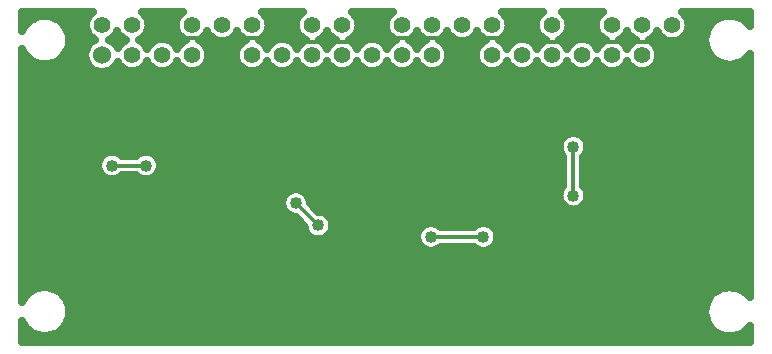
<source format=gbl>
G04 DipTrace 3.0.0.2*
G04 hobo.gbl*
%MOIN*%
G04 #@! TF.FileFunction,Copper,L2,Bot*
G04 #@! TF.Part,Single*
%ADD25C,0.06*%
%ADD26C,0.055433*%
G04 #@! TA.AperFunction,Conductor*
%ADD14C,0.012992*%
G04 #@! TA.AperFunction,CopperBalancing*
%ADD15C,0.025*%
G04 #@! TA.AperFunction,ViaPad*
%ADD30C,0.04*%
%FSLAX26Y26*%
G04*
G70*
G90*
G75*
G01*
G04 Bottom_Plane*
%LPD*%
X1123228Y1387008D2*
D14*
Y1389173D1*
X1068701Y1443701D1*
X966535D1*
X923228Y1487008D1*
X1323228D2*
Y1485728D1*
X1281201Y1443701D1*
X1179921D1*
X1123228Y1387008D1*
X1623228Y1487008D2*
Y1485728D1*
X1568701Y1431201D1*
X1379035D1*
X1323228Y1487008D1*
X1623228D2*
X1625394D1*
X1668701Y1443701D1*
X1856201D1*
X1868701Y1431201D1*
X1879035D1*
X1923228Y1387008D1*
X1924508D1*
X1981201Y1443701D1*
X2079921D1*
X2123228Y1487008D1*
X2125394D1*
X2181201Y1431201D1*
X2268701D1*
X2281201Y1443701D1*
Y1444980D1*
X2323228Y1487008D1*
Y1476673D1*
X2368701Y1431201D1*
X2581201D1*
Y1429035D1*
X2623228Y1387008D1*
X568701Y1256201D2*
Y1306201D1*
X618701Y1256201D2*
Y1306201D1*
X668701Y1256201D2*
Y1306201D1*
X643701Y1331201D1*
X618701Y793701D2*
Y756201D1*
X1118701Y593701D2*
Y556201D1*
X1856201Y893701D2*
Y906201D1*
X1868701Y918701D1*
X881201Y843701D2*
Y793701D1*
X1856201Y1118701D2*
X1893701D1*
X2418701Y931201D2*
Y881201D1*
X2706201Y1206201D2*
Y1243701D1*
X2468701Y718701D2*
Y668701D1*
X1181201Y1231201D2*
X1149951D1*
X2293701Y918701D2*
Y1081201D1*
X756201Y1018701D2*
X868701D1*
X1443504Y818898D2*
X1368701Y893701D1*
X1993701Y781201D2*
X1818701D1*
D30*
X568701Y1256201D3*
X618701D3*
X668701D3*
X618701Y793701D3*
X1118701Y593701D3*
X1856201Y893701D3*
X881201Y843701D3*
X1856201Y1118701D3*
X2418701Y931201D3*
X2706201Y1206201D3*
X2468701Y718701D3*
X1181201Y1231201D3*
X2293701Y918701D3*
Y1081201D3*
X756201Y1018701D3*
X868701D3*
X1443504Y818898D3*
X1368701Y893701D3*
X1993701Y781201D3*
X1818701D3*
X518701Y1256201D3*
X458701Y1506332D2*
D15*
X487807D1*
X575180D2*
X670083D1*
X2676352D2*
X2769546D1*
X2860386D2*
X2878726D1*
X601255Y1481463D2*
X666811D1*
X2679672D2*
X2744106D1*
X612192Y1456594D2*
X675844D1*
X2670591D2*
X2733315D1*
X614438Y1431726D2*
X686196D1*
X760239D2*
X790102D1*
X856382D2*
X890102D1*
X2656382D2*
X2731118D1*
X608774Y1406857D2*
X667836D1*
X2676157D2*
X2736734D1*
X458701Y1381988D2*
X470083D1*
X592954D2*
X664467D1*
X2679722D2*
X2752310D1*
X458701Y1357119D2*
X518130D1*
X544894D2*
X620815D1*
X2670932D2*
X2796206D1*
X2833726D2*
X2878726D1*
X458701Y1332251D2*
X545962D1*
X691782D2*
X706850D1*
X739634D2*
X2878726D1*
X458701Y1307382D2*
X533266D1*
X704135D2*
X2878726D1*
X458701Y1282513D2*
X477895D1*
X709507D2*
X2878726D1*
X458701Y1257644D2*
X469741D1*
X717660D2*
X1127748D1*
X1221958D2*
X2673843D1*
X2738559D2*
X2878726D1*
X458701Y1232776D2*
X476039D1*
X711362D2*
X1114516D1*
X1230160D2*
X2665542D1*
X2746860D2*
X2878726D1*
X458701Y1207907D2*
X1124135D1*
X1223959D2*
X2657241D1*
X2755160D2*
X2878726D1*
X458701Y1183038D2*
X2663394D1*
X2749008D2*
X2878726D1*
X458701Y1158169D2*
X1829115D1*
X1883286D2*
X2878726D1*
X458701Y1133301D2*
X1809584D1*
X1925766D2*
X2878726D1*
X458701Y1108432D2*
X1808364D1*
X1927524D2*
X2253530D1*
X2333871D2*
X2878726D1*
X458701Y1083563D2*
X1823256D1*
X1889146D2*
X2244790D1*
X2342612D2*
X2878726D1*
X458701Y1058694D2*
X729995D1*
X782407D2*
X842495D1*
X894907D2*
X2250503D1*
X2336899D2*
X2878726D1*
X458701Y1033825D2*
X709731D1*
X915171D2*
X2258218D1*
X2329184D2*
X2878726D1*
X458701Y1008957D2*
X708218D1*
X916684D2*
X2258218D1*
X2329184D2*
X2878726D1*
X458701Y984088D2*
X722671D1*
X789731D2*
X835171D1*
X902231D2*
X2258218D1*
X2329184D2*
X2878726D1*
X458701Y959219D2*
X2258218D1*
X2329184D2*
X2379115D1*
X2458286D2*
X2878726D1*
X458701Y934350D2*
X1343618D1*
X1393783D2*
X1831118D1*
X1900230D2*
X2247427D1*
X2339975D2*
X2369839D1*
X2467563D2*
X2878726D1*
X458701Y909482D2*
X1322475D1*
X1414927D2*
X1809975D1*
X1902866D2*
X2245619D1*
X2341782D2*
X2375112D1*
X2462290D2*
X2878726D1*
X458701Y884613D2*
X856606D1*
X905795D2*
X1320619D1*
X1426938D2*
X1808119D1*
X1904282D2*
X2259584D1*
X2327818D2*
X2383218D1*
X2454184D2*
X2878726D1*
X458701Y859744D2*
X835073D1*
X927328D2*
X1334438D1*
X1468198D2*
X1821938D1*
X1890463D2*
X2391176D1*
X2446226D2*
X2878726D1*
X458701Y834875D2*
X594594D1*
X642807D2*
X833071D1*
X929331D2*
X1378383D1*
X1489682D2*
X2878726D1*
X458701Y810007D2*
X572671D1*
X664731D2*
X845718D1*
X916684D2*
X1395375D1*
X1491635D2*
X1779702D1*
X2032699D2*
X2878726D1*
X458701Y785138D2*
X570522D1*
X666879D2*
X846840D1*
X915562D2*
X1409047D1*
X1477963D2*
X1769887D1*
X2042514D2*
X2878726D1*
X458701Y760269D2*
X583218D1*
X654184D2*
X1774672D1*
X2037730D2*
X2445375D1*
X2492026D2*
X2878726D1*
X458701Y735400D2*
X590591D1*
X646811D2*
X1808218D1*
X1829180D2*
X1983218D1*
X2004180D2*
X2422818D1*
X2514584D2*
X2878726D1*
X458701Y710531D2*
X2420424D1*
X2516978D2*
X2878726D1*
X458701Y685663D2*
X2433218D1*
X2504184D2*
X2878726D1*
X458701Y660794D2*
X2434194D1*
X2503207D2*
X2878726D1*
X458701Y635925D2*
X1096743D1*
X1140659D2*
X2462563D1*
X2474844D2*
X2878726D1*
X458701Y611056D2*
X511196D1*
X551791D2*
X1073062D1*
X1164340D2*
X2794643D1*
X2835287D2*
X2878726D1*
X458701Y586188D2*
X468520D1*
X594467D2*
X1070327D1*
X1167075D2*
X2752016D1*
X609898Y561319D2*
X1082827D1*
X1154575D2*
X2736587D1*
X615366Y536450D2*
X1089810D1*
X1147592D2*
X2731070D1*
X613071Y511581D2*
X2733412D1*
X602134Y486713D2*
X2744350D1*
X458701Y461844D2*
X486635D1*
X576352D2*
X2770083D1*
X2859848D2*
X2878726D1*
X458701Y436975D2*
X2878726D1*
X774470Y1363328D2*
X771396Y1357491D1*
X766185Y1350319D1*
X759917Y1344051D1*
X752745Y1338840D1*
X744846Y1334816D1*
X736416Y1332076D1*
X727660Y1330690D1*
X718797D1*
X710041Y1332076D1*
X701610Y1334816D1*
X693711Y1338840D1*
X686539Y1344051D1*
X680272Y1350319D1*
X675060Y1357491D1*
X671037Y1365390D1*
X668297Y1373820D1*
X666911Y1382576D1*
Y1391440D1*
X668297Y1400196D1*
X671037Y1408626D1*
X675060Y1416525D1*
X680272Y1423697D1*
X686539Y1429965D1*
X693711Y1435176D1*
X699549Y1438249D1*
X691365Y1443152D1*
X684898Y1448677D1*
X679373Y1455144D1*
X674928Y1462398D1*
X671673Y1470256D1*
X669688Y1478528D1*
X669020Y1487008D1*
X669688Y1495488D1*
X671673Y1503760D1*
X674928Y1511618D1*
X679373Y1518871D1*
X684898Y1525339D1*
X691877Y1531205D1*
X456201Y1531201D1*
Y1465820D1*
X459657Y1473612D1*
X466268Y1484399D1*
X474484Y1494020D1*
X484105Y1502236D1*
X494892Y1508846D1*
X506581Y1513688D1*
X518883Y1516642D1*
X531496Y1517634D1*
X544109Y1516642D1*
X556411Y1513688D1*
X568100Y1508846D1*
X578887Y1502236D1*
X588508Y1494020D1*
X596724Y1484399D1*
X603335Y1473612D1*
X608176Y1461923D1*
X611130Y1449621D1*
X612122Y1437008D1*
X611130Y1424395D1*
X608176Y1412093D1*
X603335Y1400404D1*
X596724Y1389617D1*
X588508Y1379996D1*
X578887Y1371780D1*
X568100Y1365169D1*
X556411Y1360328D1*
X544109Y1357374D1*
X531496Y1356382D1*
X518883Y1357374D1*
X506581Y1360328D1*
X494892Y1365169D1*
X484105Y1371780D1*
X474484Y1379996D1*
X466268Y1389617D1*
X459657Y1400404D1*
X456194Y1408358D1*
X456201Y562793D1*
X461982Y574094D1*
X469501Y584445D1*
X478547Y593491D1*
X488898Y601010D1*
X500297Y606819D1*
X512463Y610772D1*
X525100Y612773D1*
X537892D1*
X550529Y610772D1*
X562696Y606819D1*
X574094Y601010D1*
X584445Y593491D1*
X593491Y584445D1*
X601010Y574094D1*
X606819Y562696D1*
X610772Y550529D1*
X612773Y537892D1*
Y525100D1*
X610772Y512463D1*
X606819Y500297D1*
X601010Y488898D1*
X593491Y478547D1*
X584445Y469501D1*
X574094Y461982D1*
X562696Y456173D1*
X550529Y452220D1*
X537892Y450219D1*
X525100D1*
X512463Y452220D1*
X500297Y456173D1*
X488898Y461982D1*
X478547Y469501D1*
X469501Y478547D1*
X461982Y488898D1*
X456184Y500273D1*
X456201Y431201D1*
X2881201D1*
X2880919Y483575D1*
X2872610Y473846D1*
X2862882Y465538D1*
X2851974Y458853D1*
X2840155Y453958D1*
X2827714Y450971D1*
X2814961Y449967D1*
X2802207Y450971D1*
X2789766Y453958D1*
X2777948Y458853D1*
X2767039Y465538D1*
X2757311Y473846D1*
X2749003Y483575D1*
X2742318Y494483D1*
X2737423Y506302D1*
X2734436Y518743D1*
X2733432Y531496D1*
X2734436Y544249D1*
X2737423Y556690D1*
X2742318Y568509D1*
X2749003Y579417D1*
X2757311Y589146D1*
X2767039Y597454D1*
X2777948Y604139D1*
X2789766Y609034D1*
X2802207Y612021D1*
X2814961Y613025D1*
X2827714Y612021D1*
X2840155Y609034D1*
X2851974Y604139D1*
X2862882Y597454D1*
X2872610Y589146D1*
X2881210Y578980D1*
X2881201Y1389453D1*
X2872610Y1379358D1*
X2862882Y1371050D1*
X2851974Y1364365D1*
X2840155Y1359470D1*
X2827714Y1356483D1*
X2814961Y1355479D1*
X2802207Y1356483D1*
X2789766Y1359470D1*
X2777948Y1364365D1*
X2767039Y1371050D1*
X2757311Y1379358D1*
X2749003Y1389087D1*
X2742318Y1399995D1*
X2737423Y1411814D1*
X2734436Y1424255D1*
X2733432Y1437008D1*
X2734436Y1449761D1*
X2737423Y1462202D1*
X2742318Y1474021D1*
X2749003Y1484929D1*
X2757311Y1494657D1*
X2767039Y1502966D1*
X2777948Y1509651D1*
X2789766Y1514546D1*
X2802207Y1517533D1*
X2814961Y1518537D1*
X2827714Y1517533D1*
X2840155Y1514546D1*
X2851974Y1509651D1*
X2862882Y1502966D1*
X2872610Y1494657D1*
X2881210Y1484492D1*
X2881201Y1531201D1*
X2654589D1*
X2661559Y1525339D1*
X2667084Y1518871D1*
X2671529Y1511618D1*
X2674783Y1503760D1*
X2676769Y1495488D1*
X2677437Y1487008D1*
X2676769Y1478528D1*
X2674783Y1470256D1*
X2671529Y1462398D1*
X2667084Y1455144D1*
X2661559Y1448677D1*
X2655092Y1443152D1*
X2647839Y1438707D1*
X2644169Y1437016D1*
X2651552Y1433228D1*
X2658434Y1428228D1*
X2664449Y1422214D1*
X2669449Y1415332D1*
X2673311Y1407752D1*
X2675940Y1399663D1*
X2677270Y1391261D1*
Y1382755D1*
X2675940Y1374353D1*
X2673311Y1366264D1*
X2669449Y1358684D1*
X2664449Y1351802D1*
X2658434Y1345787D1*
X2651552Y1340787D1*
X2643972Y1336925D1*
X2635883Y1334297D1*
X2627482Y1332966D1*
X2618975D1*
X2610573Y1334297D1*
X2602484Y1336925D1*
X2594904Y1340787D1*
X2588022Y1345787D1*
X2582008Y1351802D1*
X2577008Y1358684D1*
X2573236Y1366067D1*
X2569449Y1358684D1*
X2564449Y1351802D1*
X2558434Y1345787D1*
X2551552Y1340787D1*
X2543972Y1336925D1*
X2535883Y1334297D1*
X2527482Y1332966D1*
X2518975D1*
X2510573Y1334297D1*
X2502484Y1336925D1*
X2494904Y1340787D1*
X2488022Y1345787D1*
X2482008Y1351802D1*
X2477008Y1358684D1*
X2473236Y1366067D1*
X2469449Y1358684D1*
X2464449Y1351802D1*
X2458434Y1345787D1*
X2451552Y1340787D1*
X2443972Y1336925D1*
X2435883Y1334297D1*
X2427482Y1332966D1*
X2418975D1*
X2410573Y1334297D1*
X2402484Y1336925D1*
X2394904Y1340787D1*
X2388022Y1345787D1*
X2382008Y1351802D1*
X2377008Y1358684D1*
X2373236Y1366067D1*
X2369449Y1358684D1*
X2364449Y1351802D1*
X2358434Y1345787D1*
X2351552Y1340787D1*
X2343972Y1336925D1*
X2335883Y1334297D1*
X2327482Y1332966D1*
X2318975D1*
X2310573Y1334297D1*
X2302484Y1336925D1*
X2294904Y1340787D1*
X2288022Y1345787D1*
X2282008Y1351802D1*
X2277008Y1358684D1*
X2273236Y1366067D1*
X2269449Y1358684D1*
X2264449Y1351802D1*
X2258434Y1345787D1*
X2251552Y1340787D1*
X2243972Y1336925D1*
X2235883Y1334297D1*
X2227482Y1332966D1*
X2218975D1*
X2210573Y1334297D1*
X2202484Y1336925D1*
X2194904Y1340787D1*
X2188022Y1345787D1*
X2182008Y1351802D1*
X2177008Y1358684D1*
X2173236Y1366067D1*
X2169449Y1358684D1*
X2164449Y1351802D1*
X2158434Y1345787D1*
X2151552Y1340787D1*
X2143972Y1336925D1*
X2135883Y1334297D1*
X2127482Y1332966D1*
X2118975D1*
X2110573Y1334297D1*
X2102484Y1336925D1*
X2094904Y1340787D1*
X2088022Y1345787D1*
X2082008Y1351802D1*
X2077008Y1358684D1*
X2073236Y1366067D1*
X2069449Y1358684D1*
X2064449Y1351802D1*
X2058434Y1345787D1*
X2051552Y1340787D1*
X2043972Y1336925D1*
X2035883Y1334297D1*
X2027482Y1332966D1*
X2018975D1*
X2010573Y1334297D1*
X2002484Y1336925D1*
X1994904Y1340787D1*
X1988022Y1345787D1*
X1982008Y1351802D1*
X1977008Y1358684D1*
X1973236Y1366067D1*
X1969449Y1358684D1*
X1964449Y1351802D1*
X1958434Y1345787D1*
X1951552Y1340787D1*
X1943972Y1336925D1*
X1935883Y1334297D1*
X1927482Y1332966D1*
X1918975D1*
X1910573Y1334297D1*
X1902484Y1336925D1*
X1894904Y1340787D1*
X1888022Y1345787D1*
X1882008Y1351802D1*
X1877008Y1358684D1*
X1873236Y1366067D1*
X1869449Y1358684D1*
X1864449Y1351802D1*
X1858434Y1345787D1*
X1851552Y1340787D1*
X1843972Y1336925D1*
X1835883Y1334297D1*
X1827482Y1332966D1*
X1818975D1*
X1810573Y1334297D1*
X1802484Y1336925D1*
X1794904Y1340787D1*
X1788022Y1345787D1*
X1782008Y1351802D1*
X1777008Y1358684D1*
X1773236Y1366067D1*
X1769449Y1358684D1*
X1764449Y1351802D1*
X1758434Y1345787D1*
X1751552Y1340787D1*
X1743972Y1336925D1*
X1735883Y1334297D1*
X1727482Y1332966D1*
X1718975D1*
X1710573Y1334297D1*
X1702484Y1336925D1*
X1694904Y1340787D1*
X1688022Y1345787D1*
X1682008Y1351802D1*
X1677008Y1358684D1*
X1673236Y1366067D1*
X1669449Y1358684D1*
X1664449Y1351802D1*
X1658434Y1345787D1*
X1651552Y1340787D1*
X1643972Y1336925D1*
X1635883Y1334297D1*
X1627482Y1332966D1*
X1618975D1*
X1610573Y1334297D1*
X1602484Y1336925D1*
X1594904Y1340787D1*
X1588022Y1345787D1*
X1582008Y1351802D1*
X1577008Y1358684D1*
X1573236Y1366067D1*
X1569449Y1358684D1*
X1564449Y1351802D1*
X1558434Y1345787D1*
X1551552Y1340787D1*
X1543972Y1336925D1*
X1535883Y1334297D1*
X1527482Y1332966D1*
X1518975D1*
X1510573Y1334297D1*
X1502484Y1336925D1*
X1494904Y1340787D1*
X1488022Y1345787D1*
X1482008Y1351802D1*
X1477008Y1358684D1*
X1473236Y1366067D1*
X1469449Y1358684D1*
X1464449Y1351802D1*
X1458434Y1345787D1*
X1451552Y1340787D1*
X1443972Y1336925D1*
X1435883Y1334297D1*
X1427482Y1332966D1*
X1418975D1*
X1410573Y1334297D1*
X1402484Y1336925D1*
X1394904Y1340787D1*
X1388022Y1345787D1*
X1382008Y1351802D1*
X1377008Y1358684D1*
X1373236Y1366067D1*
X1369449Y1358684D1*
X1364449Y1351802D1*
X1358434Y1345787D1*
X1351552Y1340787D1*
X1343972Y1336925D1*
X1335883Y1334297D1*
X1327482Y1332966D1*
X1318975D1*
X1310573Y1334297D1*
X1302484Y1336925D1*
X1294904Y1340787D1*
X1288022Y1345787D1*
X1282008Y1351802D1*
X1277008Y1358684D1*
X1273236Y1366067D1*
X1269449Y1358684D1*
X1264449Y1351802D1*
X1258434Y1345787D1*
X1251552Y1340787D1*
X1243972Y1336925D1*
X1235883Y1334297D1*
X1227482Y1332966D1*
X1218975D1*
X1210573Y1334297D1*
X1202484Y1336925D1*
X1194904Y1340787D1*
X1188022Y1345787D1*
X1182008Y1351802D1*
X1177008Y1358684D1*
X1173236Y1366067D1*
X1169449Y1358684D1*
X1164449Y1351802D1*
X1158434Y1345787D1*
X1151552Y1340787D1*
X1143972Y1336925D1*
X1135883Y1334297D1*
X1127482Y1332966D1*
X1118975D1*
X1110573Y1334297D1*
X1102484Y1336925D1*
X1094904Y1340787D1*
X1088022Y1345787D1*
X1082008Y1351802D1*
X1077008Y1358684D1*
X1073236Y1366067D1*
X1069449Y1358684D1*
X1064449Y1351802D1*
X1058434Y1345787D1*
X1051552Y1340787D1*
X1043972Y1336925D1*
X1035883Y1334297D1*
X1027482Y1332966D1*
X1018975D1*
X1010573Y1334297D1*
X1002484Y1336925D1*
X994904Y1340787D1*
X988022Y1345787D1*
X982008Y1351802D1*
X977008Y1358684D1*
X973236Y1366067D1*
X969449Y1358684D1*
X964449Y1351802D1*
X958434Y1345787D1*
X951552Y1340787D1*
X943972Y1336925D1*
X935883Y1334297D1*
X927482Y1332966D1*
X918975D1*
X910573Y1334297D1*
X902484Y1336925D1*
X894904Y1340787D1*
X888022Y1345787D1*
X882008Y1351802D1*
X877008Y1358684D1*
X873236Y1366067D1*
X869449Y1358684D1*
X864449Y1351802D1*
X858434Y1345787D1*
X851552Y1340787D1*
X843972Y1336925D1*
X835883Y1334297D1*
X827482Y1332966D1*
X818975D1*
X810573Y1334297D1*
X802484Y1336925D1*
X794904Y1340787D1*
X788022Y1345787D1*
X782008Y1351802D1*
X777008Y1358684D1*
X774504Y1363319D1*
X746908Y1438249D2*
X752745Y1435176D1*
X759917Y1429965D1*
X766185Y1423697D1*
X771396Y1416525D1*
X774470Y1410688D1*
X779373Y1418871D1*
X784898Y1425339D1*
X791365Y1430864D1*
X798618Y1435308D1*
X802287Y1437000D1*
X794904Y1440787D1*
X788022Y1445787D1*
X782008Y1451802D1*
X777008Y1458684D1*
X773236Y1466067D1*
X769449Y1458684D1*
X764449Y1451802D1*
X758434Y1445787D1*
X751552Y1440787D1*
X746917Y1438283D1*
X844169Y1437000D2*
X851552Y1433228D1*
X858434Y1428228D1*
X864449Y1422214D1*
X869449Y1415332D1*
X873220Y1407949D1*
X877008Y1415332D1*
X882008Y1422214D1*
X888022Y1428228D1*
X894904Y1433228D1*
X902287Y1437000D1*
X894904Y1440787D1*
X888022Y1445787D1*
X882008Y1451802D1*
X877008Y1458684D1*
X873236Y1466067D1*
X869449Y1458684D1*
X864449Y1451802D1*
X858434Y1445787D1*
X851552Y1440787D1*
X844169Y1437016D1*
X543669Y1217012D2*
X536492Y1213248D1*
X529554Y1210993D1*
X522349Y1209852D1*
X515052D1*
X507848Y1210993D1*
X500909Y1213248D1*
X494408Y1216560D1*
X488507Y1220848D1*
X483348Y1226007D1*
X479060Y1231908D1*
X475748Y1238409D1*
X473493Y1245348D1*
X472352Y1252552D1*
Y1259849D1*
X473493Y1267054D1*
X475748Y1273992D1*
X479060Y1280493D1*
X483348Y1286395D1*
X488507Y1291554D1*
X494408Y1295841D1*
X500909Y1299154D1*
X507848Y1301408D1*
X515052Y1302550D1*
X522349D1*
X529554Y1301408D1*
X535730Y1299436D1*
X536118Y1311361D1*
X538223Y1318825D1*
X542013Y1325591D1*
X547277Y1331285D1*
X553724Y1335593D1*
X561000Y1338278D1*
X568701Y1339189D1*
X576402Y1338278D1*
X583677Y1335593D1*
X590125Y1331285D1*
X593710Y1327707D1*
X599311Y1332888D1*
X606076Y1336678D1*
X611526Y1338382D1*
X613223Y1343825D1*
X617013Y1350591D1*
X622277Y1356285D1*
X628724Y1360593D1*
X636000Y1363278D1*
X643701Y1364189D1*
X651402Y1363278D1*
X658677Y1360593D1*
X665125Y1356285D1*
X693785Y1327625D1*
X698093Y1321177D1*
X700778Y1313902D1*
X701689Y1306201D1*
X701676Y1305867D1*
X701689Y1288965D1*
X706314Y1283528D1*
X710126Y1277308D1*
X712917Y1270568D1*
X714621Y1263474D1*
X715193Y1256201D1*
X714621Y1248928D1*
X712917Y1241833D1*
X710126Y1235093D1*
X706314Y1228874D1*
X701576Y1223325D1*
X696028Y1218588D1*
X689808Y1214776D1*
X683068Y1211984D1*
X675974Y1210281D1*
X668701Y1209709D1*
X661428Y1210281D1*
X654333Y1211984D1*
X647593Y1214776D1*
X643732Y1217012D1*
X636492Y1213248D1*
X629554Y1210993D1*
X622349Y1209852D1*
X615052D1*
X607848Y1210993D1*
X600909Y1213248D1*
X593732Y1217012D1*
X586492Y1213248D1*
X579554Y1210993D1*
X572349Y1209852D1*
X565052D1*
X557848Y1210993D1*
X550909Y1213248D1*
X543732Y1217012D1*
X651689Y760937D2*
X651283Y751041D1*
X649178Y743576D1*
X645388Y736811D1*
X640125Y731117D1*
X633677Y726808D1*
X626402Y724123D1*
X618701Y723213D1*
X611000Y724123D1*
X603724Y726808D1*
X597277Y731117D1*
X592013Y736811D1*
X588223Y743576D1*
X586118Y751041D1*
X585713Y760937D1*
X581088Y766374D1*
X577276Y772593D1*
X574484Y779333D1*
X572781Y786428D1*
X572209Y793701D1*
X572781Y800974D1*
X574484Y808068D1*
X577276Y814808D1*
X581088Y821028D1*
X585825Y826576D1*
X591374Y831314D1*
X597593Y835126D1*
X604333Y837917D1*
X611428Y839621D1*
X618701Y840193D1*
X625974Y839621D1*
X633068Y837917D1*
X639808Y835126D1*
X646028Y831314D1*
X651576Y826576D1*
X656314Y821028D1*
X660126Y814808D1*
X662917Y808068D1*
X664621Y800974D1*
X665193Y793701D1*
X664621Y786428D1*
X662917Y779333D1*
X660126Y772593D1*
X656314Y766374D1*
X651682Y760941D1*
X1151689Y560937D2*
X1151283Y551041D1*
X1149178Y543576D1*
X1145388Y536811D1*
X1140125Y531117D1*
X1133677Y526808D1*
X1126402Y524123D1*
X1118701Y523213D1*
X1111000Y524123D1*
X1103724Y526808D1*
X1097277Y531117D1*
X1092013Y536811D1*
X1088223Y543576D1*
X1086118Y551041D1*
X1085713Y560937D1*
X1081088Y566374D1*
X1077276Y572593D1*
X1074484Y579333D1*
X1072781Y586428D1*
X1072209Y593701D1*
X1072781Y600974D1*
X1074484Y608068D1*
X1077276Y614808D1*
X1081088Y621028D1*
X1085825Y626576D1*
X1091374Y631314D1*
X1097593Y635126D1*
X1104333Y637917D1*
X1111428Y639621D1*
X1118701Y640193D1*
X1125974Y639621D1*
X1133068Y637917D1*
X1139808Y635126D1*
X1146028Y631314D1*
X1151576Y626576D1*
X1156314Y621028D1*
X1160126Y614808D1*
X1162917Y608068D1*
X1164621Y600974D1*
X1165193Y593701D1*
X1164621Y586428D1*
X1162917Y579333D1*
X1160126Y572593D1*
X1156314Y566374D1*
X1151682Y560941D1*
X1840980Y937633D2*
X1849311Y945388D1*
X1856076Y949178D1*
X1863541Y951283D1*
X1871289Y951588D1*
X1878895Y950075D1*
X1885937Y946828D1*
X1892028Y942028D1*
X1896828Y935937D1*
X1900075Y928895D1*
X1901588Y921289D1*
X1901283Y913541D1*
X1900165Y908828D1*
X1902121Y900974D1*
X1902693Y893701D1*
X1902121Y886428D1*
X1900417Y879333D1*
X1897626Y872593D1*
X1893814Y866374D1*
X1889076Y860825D1*
X1883528Y856088D1*
X1877308Y852276D1*
X1870568Y849484D1*
X1863474Y847781D1*
X1856201Y847209D1*
X1848928Y847781D1*
X1841833Y849484D1*
X1835093Y852276D1*
X1828874Y856088D1*
X1823325Y860825D1*
X1818588Y866374D1*
X1814776Y872593D1*
X1811984Y879333D1*
X1810281Y886428D1*
X1809709Y893701D1*
X1810281Y900974D1*
X1811984Y908068D1*
X1814776Y914808D1*
X1818588Y921028D1*
X1823325Y926576D1*
X1828874Y931314D1*
X1835093Y935126D1*
X1840965Y937597D1*
X914189Y810937D2*
X914088Y791113D1*
X912575Y783507D1*
X909328Y776465D1*
X904528Y770374D1*
X898437Y765573D1*
X891395Y762327D1*
X883789Y760814D1*
X876041Y761118D1*
X868576Y763223D1*
X861811Y767013D1*
X856117Y772277D1*
X851808Y778724D1*
X849125Y786000D1*
X848213Y793701D1*
Y810937D1*
X843588Y816374D1*
X839776Y822593D1*
X836984Y829333D1*
X835281Y836428D1*
X834709Y843701D1*
X835281Y850974D1*
X836984Y858068D1*
X839776Y864808D1*
X843588Y871028D1*
X848325Y876576D1*
X853874Y881314D1*
X860093Y885126D1*
X866833Y887917D1*
X873928Y889621D1*
X881201Y890193D1*
X888474Y889621D1*
X895568Y887917D1*
X902308Y885126D1*
X908528Y881314D1*
X914076Y876576D1*
X918814Y871028D1*
X922626Y864808D1*
X925417Y858068D1*
X927121Y850974D1*
X927693Y843701D1*
X927121Y836428D1*
X925417Y829333D1*
X922626Y822593D1*
X918814Y816374D1*
X914182Y810941D1*
X1888965Y1151689D2*
X1898861Y1151283D1*
X1906325Y1149178D1*
X1913091Y1145388D1*
X1918785Y1140125D1*
X1923093Y1133677D1*
X1925777Y1126402D1*
X1926689Y1118701D1*
X1925777Y1111000D1*
X1923093Y1103724D1*
X1918785Y1097277D1*
X1913091Y1092013D1*
X1906325Y1088223D1*
X1898861Y1086118D1*
X1888965Y1085713D1*
X1883528Y1081088D1*
X1877308Y1077276D1*
X1870568Y1074484D1*
X1863474Y1072781D1*
X1856201Y1072209D1*
X1848928Y1072781D1*
X1841833Y1074484D1*
X1835093Y1077276D1*
X1828874Y1081088D1*
X1823325Y1085825D1*
X1818588Y1091374D1*
X1814776Y1097593D1*
X1811984Y1104333D1*
X1810281Y1111428D1*
X1809709Y1118701D1*
X1810281Y1125974D1*
X1811984Y1133068D1*
X1814776Y1139808D1*
X1818588Y1146028D1*
X1823325Y1151576D1*
X1828874Y1156314D1*
X1835093Y1160126D1*
X1841833Y1162917D1*
X1848928Y1164621D1*
X1856201Y1165193D1*
X1863474Y1164621D1*
X1870568Y1162917D1*
X1877308Y1160126D1*
X1883528Y1156314D1*
X1888961Y1151682D1*
X2451689Y898437D2*
X2451588Y878613D1*
X2450075Y871007D1*
X2446828Y863965D1*
X2442028Y857874D1*
X2435937Y853073D1*
X2428895Y849827D1*
X2421289Y848314D1*
X2413541Y848618D1*
X2406076Y850723D1*
X2399311Y854513D1*
X2393617Y859777D1*
X2389308Y866224D1*
X2386625Y873500D1*
X2385713Y881201D1*
Y898437D1*
X2381088Y903874D1*
X2377276Y910093D1*
X2374484Y916833D1*
X2372781Y923928D1*
X2372209Y931201D1*
X2372781Y938474D1*
X2374484Y945568D1*
X2377276Y952308D1*
X2381088Y958528D1*
X2385825Y964076D1*
X2391374Y968814D1*
X2397593Y972626D1*
X2404333Y975417D1*
X2411428Y977121D1*
X2418701Y977693D1*
X2425974Y977121D1*
X2433068Y975417D1*
X2439808Y972626D1*
X2446028Y968814D1*
X2451576Y964076D1*
X2456314Y958528D1*
X2460126Y952308D1*
X2462917Y945568D1*
X2464621Y938474D1*
X2465193Y931201D1*
X2464621Y923928D1*
X2462917Y916833D1*
X2460126Y910093D1*
X2456314Y903874D1*
X2451682Y898441D1*
X2673213Y1238965D2*
X2673618Y1248861D1*
X2675723Y1256325D1*
X2679513Y1263091D1*
X2684777Y1268785D1*
X2691224Y1273093D1*
X2698500Y1275777D1*
X2706201Y1276689D1*
X2713902Y1275777D1*
X2721177Y1273093D1*
X2727625Y1268785D1*
X2732888Y1263091D1*
X2736678Y1256325D1*
X2738783Y1248861D1*
X2739189Y1238965D1*
X2743814Y1233528D1*
X2747626Y1227308D1*
X2750417Y1220568D1*
X2752121Y1213474D1*
X2752693Y1206201D1*
X2752121Y1198928D1*
X2750417Y1191833D1*
X2747626Y1185093D1*
X2743814Y1178874D1*
X2739076Y1173325D1*
X2733528Y1168588D1*
X2727308Y1164776D1*
X2720568Y1161984D1*
X2713474Y1160281D1*
X2706201Y1159709D1*
X2698928Y1160281D1*
X2691833Y1161984D1*
X2685093Y1164776D1*
X2678874Y1168588D1*
X2673325Y1173325D1*
X2668588Y1178874D1*
X2664776Y1185093D1*
X2661984Y1191833D1*
X2660281Y1198928D1*
X2659709Y1206201D1*
X2660281Y1213474D1*
X2661984Y1220568D1*
X2664776Y1227308D1*
X2668588Y1233528D1*
X2673219Y1238961D1*
X2501689Y685937D2*
X2501588Y666113D1*
X2500075Y658507D1*
X2496828Y651465D1*
X2492028Y645374D1*
X2485937Y640573D1*
X2478895Y637327D1*
X2471289Y635814D1*
X2463541Y636118D1*
X2456076Y638223D1*
X2449311Y642013D1*
X2443617Y647277D1*
X2439308Y653724D1*
X2436625Y661000D1*
X2435713Y668701D1*
Y685937D1*
X2431088Y691374D1*
X2427276Y697593D1*
X2424484Y704333D1*
X2422781Y711428D1*
X2422209Y718701D1*
X2422781Y725974D1*
X2424484Y733068D1*
X2427276Y739808D1*
X2431088Y746028D1*
X2435825Y751576D1*
X2441374Y756314D1*
X2447593Y760126D1*
X2454333Y762917D1*
X2461428Y764621D1*
X2468701Y765193D1*
X2475974Y764621D1*
X2483068Y762917D1*
X2489808Y760126D1*
X2496028Y756314D1*
X2501576Y751576D1*
X2506314Y746028D1*
X2510126Y739808D1*
X2512917Y733068D1*
X2514621Y725974D1*
X2515193Y718701D1*
X2514621Y711428D1*
X2512917Y704333D1*
X2510126Y697593D1*
X2506314Y691374D1*
X2501682Y685941D1*
X1148383Y1198274D2*
X1142249Y1199125D1*
X1134975Y1201808D1*
X1128526Y1206117D1*
X1123262Y1211811D1*
X1119474Y1218576D1*
X1117369Y1226041D1*
X1117064Y1233789D1*
X1118577Y1241395D1*
X1121824Y1248437D1*
X1126625Y1254528D1*
X1132714Y1259328D1*
X1139757Y1262575D1*
X1147362Y1264088D1*
X1148383Y1264127D1*
X1153874Y1268814D1*
X1160093Y1272626D1*
X1166833Y1275417D1*
X1173928Y1277121D1*
X1181201Y1277693D1*
X1188474Y1277121D1*
X1195568Y1275417D1*
X1202308Y1272626D1*
X1208528Y1268814D1*
X1214076Y1264076D1*
X1218814Y1258528D1*
X1222626Y1252308D1*
X1225417Y1245568D1*
X1227121Y1238474D1*
X1227693Y1231201D1*
X1227121Y1223928D1*
X1225417Y1216833D1*
X1222626Y1210093D1*
X1218814Y1203874D1*
X1214076Y1198325D1*
X1208528Y1193588D1*
X1202308Y1189776D1*
X1195568Y1186984D1*
X1188474Y1185281D1*
X1181201Y1184709D1*
X1173928Y1185281D1*
X1166833Y1186984D1*
X1160093Y1189776D1*
X1153874Y1193588D1*
X1148399Y1198259D1*
X2260713Y951465D2*
Y1048437D1*
X2256088Y1053874D1*
X2252276Y1060093D1*
X2249484Y1066833D1*
X2247781Y1073928D1*
X2247209Y1081201D1*
X2247781Y1088474D1*
X2249484Y1095568D1*
X2252276Y1102308D1*
X2256088Y1108528D1*
X2260825Y1114076D1*
X2266374Y1118814D1*
X2272593Y1122626D1*
X2279333Y1125417D1*
X2286428Y1127121D1*
X2293701Y1127693D1*
X2300974Y1127121D1*
X2308068Y1125417D1*
X2314808Y1122626D1*
X2321028Y1118814D1*
X2326576Y1114076D1*
X2331314Y1108528D1*
X2335126Y1102308D1*
X2337917Y1095568D1*
X2339621Y1088474D1*
X2340193Y1081201D1*
X2339621Y1073928D1*
X2337917Y1066833D1*
X2335126Y1060093D1*
X2331314Y1053874D1*
X2326682Y1048441D1*
X2326689Y951465D1*
X2331314Y946028D1*
X2335126Y939808D1*
X2337917Y933068D1*
X2339621Y925974D1*
X2340193Y918701D1*
X2339621Y911428D1*
X2337917Y904333D1*
X2335126Y897593D1*
X2331314Y891374D1*
X2326576Y885825D1*
X2321028Y881088D1*
X2314808Y877276D1*
X2308068Y874484D1*
X2300974Y872781D1*
X2293701Y872209D1*
X2286428Y872781D1*
X2279333Y874484D1*
X2272593Y877276D1*
X2266374Y881088D1*
X2260825Y885825D1*
X2256088Y891374D1*
X2252276Y897593D1*
X2249484Y904333D1*
X2247781Y911428D1*
X2247209Y918701D1*
X2247781Y925974D1*
X2249484Y933068D1*
X2252276Y939808D1*
X2256088Y946028D1*
X2260719Y951461D1*
X788965Y1051689D2*
X835937D1*
X841374Y1056314D1*
X847593Y1060126D1*
X854333Y1062917D1*
X861428Y1064621D1*
X868701Y1065193D1*
X875974Y1064621D1*
X883068Y1062917D1*
X889808Y1060126D1*
X896028Y1056314D1*
X901576Y1051576D1*
X906314Y1046028D1*
X910126Y1039808D1*
X912917Y1033068D1*
X914621Y1025974D1*
X915193Y1018701D1*
X914621Y1011428D1*
X912917Y1004333D1*
X910126Y997593D1*
X906314Y991374D1*
X901576Y985825D1*
X896028Y981088D1*
X889808Y977276D1*
X883068Y974484D1*
X875974Y972781D1*
X868701Y972209D1*
X861428Y972781D1*
X854333Y974484D1*
X847593Y977276D1*
X841374Y981088D1*
X835941Y985719D1*
X788965Y985713D1*
X783528Y981088D1*
X777308Y977276D1*
X770568Y974484D1*
X763474Y972781D1*
X756201Y972209D1*
X748928Y972781D1*
X741833Y974484D1*
X735093Y977276D1*
X728874Y981088D1*
X723325Y985825D1*
X718588Y991374D1*
X714776Y997593D1*
X711984Y1004333D1*
X710281Y1011428D1*
X709709Y1018701D1*
X710281Y1025974D1*
X711984Y1033068D1*
X714776Y1039808D1*
X718588Y1046028D1*
X723325Y1051576D1*
X728874Y1056314D1*
X735093Y1060126D1*
X741833Y1062917D1*
X748928Y1064621D1*
X756201Y1065193D1*
X763474Y1064621D1*
X770568Y1062917D1*
X777308Y1060126D1*
X783528Y1056314D1*
X788961Y1051682D1*
X1397010Y818739D2*
X1368560Y847189D1*
X1361428Y847781D1*
X1354333Y849484D1*
X1347593Y852276D1*
X1341374Y856088D1*
X1335825Y860825D1*
X1331088Y866374D1*
X1327276Y872593D1*
X1324484Y879333D1*
X1322781Y886428D1*
X1322209Y893701D1*
X1322781Y900974D1*
X1324484Y908068D1*
X1327276Y914808D1*
X1331088Y921028D1*
X1335825Y926576D1*
X1341374Y931314D1*
X1347593Y935126D1*
X1354333Y937917D1*
X1361428Y939621D1*
X1368701Y940193D1*
X1375974Y939621D1*
X1383068Y937917D1*
X1389808Y935126D1*
X1396028Y931314D1*
X1401576Y926576D1*
X1406314Y921028D1*
X1410126Y914808D1*
X1412917Y908068D1*
X1414621Y900974D1*
X1415186Y893857D1*
X1443644Y865409D1*
X1450777Y864818D1*
X1457871Y863114D1*
X1464612Y860323D1*
X1470831Y856510D1*
X1476379Y851773D1*
X1481117Y846224D1*
X1484929Y840005D1*
X1487720Y833265D1*
X1489424Y826171D1*
X1489996Y818898D1*
X1489424Y811625D1*
X1487720Y804530D1*
X1484929Y797790D1*
X1481117Y791571D1*
X1476379Y786022D1*
X1470831Y781285D1*
X1464612Y777472D1*
X1457871Y774681D1*
X1450777Y772978D1*
X1443504Y772406D1*
X1436231Y772978D1*
X1429136Y774681D1*
X1422396Y777472D1*
X1416177Y781285D1*
X1410629Y786022D1*
X1405891Y791571D1*
X1402079Y797790D1*
X1399287Y804530D1*
X1397584Y811625D1*
X1397018Y818741D1*
X1960937Y748213D2*
X1851465D1*
X1846028Y743588D1*
X1839808Y739776D1*
X1833068Y736984D1*
X1825974Y735281D1*
X1818701Y734709D1*
X1811428Y735281D1*
X1804333Y736984D1*
X1797593Y739776D1*
X1791374Y743588D1*
X1785825Y748325D1*
X1781088Y753874D1*
X1777276Y760093D1*
X1774484Y766833D1*
X1772781Y773928D1*
X1772209Y781201D1*
X1772781Y788474D1*
X1774484Y795568D1*
X1777276Y802308D1*
X1781088Y808528D1*
X1785825Y814076D1*
X1791374Y818814D1*
X1797593Y822626D1*
X1804333Y825417D1*
X1811428Y827121D1*
X1818701Y827693D1*
X1825974Y827121D1*
X1833068Y825417D1*
X1839808Y822626D1*
X1846028Y818814D1*
X1851461Y814182D1*
X1960937Y814189D1*
X1966374Y818814D1*
X1972593Y822626D1*
X1979333Y825417D1*
X1986428Y827121D1*
X1993701Y827693D1*
X2000974Y827121D1*
X2008068Y825417D1*
X2014808Y822626D1*
X2021028Y818814D1*
X2026576Y814076D1*
X2031314Y808528D1*
X2035126Y802308D1*
X2037917Y795568D1*
X2039621Y788474D1*
X2040193Y781201D1*
X2039621Y773928D1*
X2037917Y766833D1*
X2035126Y760093D1*
X2031314Y753874D1*
X2026576Y748325D1*
X2021028Y743588D1*
X2014808Y739776D1*
X2008068Y736984D1*
X2000974Y735281D1*
X1993701Y734709D1*
X1986428Y735281D1*
X1979333Y736984D1*
X1972593Y739776D1*
X1966374Y743588D1*
X1960941Y748219D1*
X458701Y1506332D2*
X487807D1*
X575180D2*
X670083D1*
X876352D2*
X970083D1*
X1276352D2*
X1370083D1*
X1576352D2*
X1670083D1*
X2076352D2*
X2170083D1*
X2276352D2*
X2370083D1*
X2676352D2*
X2769546D1*
X2860386D2*
X2878726D1*
X601255Y1481463D2*
X666811D1*
X879672D2*
X966811D1*
X1279672D2*
X1366811D1*
X1579672D2*
X1666811D1*
X2079672D2*
X2166811D1*
X2279672D2*
X2366811D1*
X2679672D2*
X2744106D1*
X612192Y1456594D2*
X675844D1*
X870591D2*
X975844D1*
X1270591D2*
X1375844D1*
X1570591D2*
X1675844D1*
X2070591D2*
X2175844D1*
X2270591D2*
X2375844D1*
X2670591D2*
X2733315D1*
X614438Y1431726D2*
X686196D1*
X760239D2*
X790102D1*
X856382D2*
X890102D1*
X956382D2*
X990102D1*
X1056382D2*
X1190102D1*
X1256382D2*
X1290102D1*
X1356382D2*
X1390102D1*
X1456382D2*
X1490102D1*
X1556382D2*
X1590102D1*
X1656382D2*
X1690102D1*
X1756382D2*
X1790102D1*
X1856382D2*
X1990102D1*
X2056382D2*
X2090102D1*
X2156382D2*
X2190102D1*
X2256382D2*
X2290102D1*
X2356382D2*
X2390102D1*
X2456382D2*
X2490102D1*
X2556382D2*
X2731118D1*
X608774Y1406857D2*
X667836D1*
X1076157D2*
X1170278D1*
X1876157D2*
X1970278D1*
X2576157D2*
X2736734D1*
X458701Y1381988D2*
X470083D1*
X592954D2*
X664467D1*
X1079722D2*
X1166762D1*
X1879722D2*
X1966762D1*
X2579722D2*
X2752310D1*
X458701Y1357119D2*
X518130D1*
X544894D2*
X672768D1*
X1070932D2*
X1175503D1*
X1870932D2*
X1975503D1*
X2570932D2*
X2796206D1*
X2833726D2*
X2878726D1*
X458701Y1332251D2*
X706850D1*
X739634D2*
X2878726D1*
X458701Y1307382D2*
X2878726D1*
X458701Y1282513D2*
X2878726D1*
X458701Y1257644D2*
X2878726D1*
X458701Y1232776D2*
X2878726D1*
X458701Y1207907D2*
X2878726D1*
X458701Y1183038D2*
X2878726D1*
X458701Y1158169D2*
X2878726D1*
X458701Y1133301D2*
X2878726D1*
X458701Y1108432D2*
X2253530D1*
X2333871D2*
X2878726D1*
X458701Y1083563D2*
X2244790D1*
X2342612D2*
X2878726D1*
X458701Y1058694D2*
X729995D1*
X782407D2*
X842495D1*
X894907D2*
X2250503D1*
X2336899D2*
X2878726D1*
X458701Y1033825D2*
X709731D1*
X915171D2*
X2258218D1*
X2329184D2*
X2878726D1*
X458701Y1008957D2*
X708218D1*
X916684D2*
X2258218D1*
X2329184D2*
X2878726D1*
X458701Y984088D2*
X722671D1*
X789731D2*
X835171D1*
X902231D2*
X2258218D1*
X2329184D2*
X2878726D1*
X458701Y959219D2*
X2258218D1*
X2329184D2*
X2878726D1*
X458701Y934350D2*
X1343618D1*
X1393783D2*
X2247427D1*
X2339975D2*
X2878726D1*
X458701Y909482D2*
X1322475D1*
X1414927D2*
X2245619D1*
X2341782D2*
X2878726D1*
X458701Y884613D2*
X1320619D1*
X1426938D2*
X2259584D1*
X2327818D2*
X2878726D1*
X458701Y859744D2*
X1334438D1*
X1468198D2*
X2878726D1*
X458701Y834875D2*
X1378383D1*
X1489682D2*
X2878726D1*
X458701Y810007D2*
X1395375D1*
X1491635D2*
X1779702D1*
X2032699D2*
X2878726D1*
X458701Y785138D2*
X1409047D1*
X1477963D2*
X1769887D1*
X2042514D2*
X2878726D1*
X458701Y760269D2*
X1774672D1*
X2037730D2*
X2878726D1*
X458701Y735400D2*
X1808218D1*
X1829180D2*
X1983218D1*
X2004180D2*
X2878726D1*
X458701Y710531D2*
X2878726D1*
X458701Y685663D2*
X2878726D1*
X458701Y660794D2*
X2878726D1*
X458701Y635925D2*
X2878726D1*
X458701Y611056D2*
X511196D1*
X551791D2*
X2794643D1*
X2835287D2*
X2878726D1*
X458701Y586188D2*
X468520D1*
X594467D2*
X2752016D1*
X609898Y561319D2*
X2736587D1*
X615366Y536450D2*
X2731070D1*
X613071Y511581D2*
X2733412D1*
X602134Y486713D2*
X2744350D1*
X458701Y461844D2*
X486635D1*
X576352D2*
X2770083D1*
X2859848D2*
X2878726D1*
X458701Y436975D2*
X2878726D1*
X774470Y1363328D2*
X771396Y1357491D1*
X766185Y1350319D1*
X759917Y1344051D1*
X752745Y1338840D1*
X744846Y1334816D1*
X736416Y1332076D1*
X727660Y1330690D1*
X718797D1*
X710041Y1332076D1*
X701610Y1334816D1*
X693711Y1338840D1*
X686539Y1344051D1*
X680272Y1350319D1*
X675060Y1357491D1*
X671037Y1365390D1*
X668297Y1373820D1*
X666911Y1382576D1*
Y1391440D1*
X668297Y1400196D1*
X671037Y1408626D1*
X675060Y1416525D1*
X680272Y1423697D1*
X686539Y1429965D1*
X693711Y1435176D1*
X699549Y1438249D1*
X691365Y1443152D1*
X684898Y1448677D1*
X679373Y1455144D1*
X674928Y1462398D1*
X671673Y1470256D1*
X669688Y1478528D1*
X669020Y1487008D1*
X669688Y1495488D1*
X671673Y1503760D1*
X674928Y1511618D1*
X679373Y1518871D1*
X684898Y1525339D1*
X691877Y1531205D1*
X456201Y1531201D1*
Y1465820D1*
X459657Y1473612D1*
X466268Y1484399D1*
X474484Y1494020D1*
X484105Y1502236D1*
X494892Y1508846D1*
X506581Y1513688D1*
X518883Y1516642D1*
X531496Y1517634D1*
X544109Y1516642D1*
X556411Y1513688D1*
X568100Y1508846D1*
X578887Y1502236D1*
X588508Y1494020D1*
X596724Y1484399D1*
X603335Y1473612D1*
X608176Y1461923D1*
X611130Y1449621D1*
X612122Y1437008D1*
X611130Y1424395D1*
X608176Y1412093D1*
X603335Y1400404D1*
X596724Y1389617D1*
X588508Y1379996D1*
X578887Y1371780D1*
X568100Y1365169D1*
X556411Y1360328D1*
X544109Y1357374D1*
X531496Y1356382D1*
X518883Y1357374D1*
X506581Y1360328D1*
X494892Y1365169D1*
X484105Y1371780D1*
X474484Y1379996D1*
X466268Y1389617D1*
X459657Y1400404D1*
X456194Y1408358D1*
X456201Y562793D1*
X461982Y574094D1*
X469501Y584445D1*
X478547Y593491D1*
X488898Y601010D1*
X500297Y606819D1*
X512463Y610772D1*
X525100Y612773D1*
X537892D1*
X550529Y610772D1*
X562696Y606819D1*
X574094Y601010D1*
X584445Y593491D1*
X593491Y584445D1*
X601010Y574094D1*
X606819Y562696D1*
X610772Y550529D1*
X612773Y537892D1*
Y525100D1*
X610772Y512463D1*
X606819Y500297D1*
X601010Y488898D1*
X593491Y478547D1*
X584445Y469501D1*
X574094Y461982D1*
X562696Y456173D1*
X550529Y452220D1*
X537892Y450219D1*
X525100D1*
X512463Y452220D1*
X500297Y456173D1*
X488898Y461982D1*
X478547Y469501D1*
X469501Y478547D1*
X461982Y488898D1*
X456184Y500273D1*
X456201Y431201D1*
X2881201D1*
X2880919Y483575D1*
X2872610Y473846D1*
X2862882Y465538D1*
X2851974Y458853D1*
X2840155Y453958D1*
X2827714Y450971D1*
X2814961Y449967D1*
X2802207Y450971D1*
X2789766Y453958D1*
X2777948Y458853D1*
X2767039Y465538D1*
X2757311Y473846D1*
X2749003Y483575D1*
X2742318Y494483D1*
X2737423Y506302D1*
X2734436Y518743D1*
X2733432Y531496D1*
X2734436Y544249D1*
X2737423Y556690D1*
X2742318Y568509D1*
X2749003Y579417D1*
X2757311Y589146D1*
X2767039Y597454D1*
X2777948Y604139D1*
X2789766Y609034D1*
X2802207Y612021D1*
X2814961Y613025D1*
X2827714Y612021D1*
X2840155Y609034D1*
X2851974Y604139D1*
X2862882Y597454D1*
X2872610Y589146D1*
X2881210Y578980D1*
X2881201Y1389453D1*
X2872610Y1379358D1*
X2862882Y1371050D1*
X2851974Y1364365D1*
X2840155Y1359470D1*
X2827714Y1356483D1*
X2814961Y1355479D1*
X2802207Y1356483D1*
X2789766Y1359470D1*
X2777948Y1364365D1*
X2767039Y1371050D1*
X2757311Y1379358D1*
X2749003Y1389087D1*
X2742318Y1399995D1*
X2737423Y1411814D1*
X2734436Y1424255D1*
X2733432Y1437008D1*
X2734436Y1449761D1*
X2737423Y1462202D1*
X2742318Y1474021D1*
X2749003Y1484929D1*
X2757311Y1494657D1*
X2767039Y1502966D1*
X2777948Y1509651D1*
X2789766Y1514546D1*
X2802207Y1517533D1*
X2814961Y1518537D1*
X2827714Y1517533D1*
X2840155Y1514546D1*
X2851974Y1509651D1*
X2862882Y1502966D1*
X2872610Y1494657D1*
X2881210Y1484492D1*
X2881201Y1531201D1*
X2654589D1*
X2661559Y1525339D1*
X2667084Y1518871D1*
X2671529Y1511618D1*
X2674783Y1503760D1*
X2676769Y1495488D1*
X2677437Y1487008D1*
X2676769Y1478528D1*
X2674783Y1470256D1*
X2671529Y1462398D1*
X2667084Y1455144D1*
X2661559Y1448677D1*
X2655092Y1443152D1*
X2647839Y1438707D1*
X2639980Y1435453D1*
X2631709Y1433467D1*
X2623228Y1432799D1*
X2614748Y1433467D1*
X2606476Y1435453D1*
X2598618Y1438707D1*
X2591365Y1443152D1*
X2584898Y1448677D1*
X2579373Y1455144D1*
X2574928Y1462398D1*
X2573236Y1466067D1*
X2569449Y1458684D1*
X2564449Y1451802D1*
X2558434Y1445787D1*
X2551552Y1440787D1*
X2544169Y1437016D1*
X2551552Y1433228D1*
X2558434Y1428228D1*
X2564449Y1422214D1*
X2569449Y1415332D1*
X2573311Y1407752D1*
X2575940Y1399663D1*
X2577270Y1391261D1*
Y1382755D1*
X2575940Y1374353D1*
X2573311Y1366264D1*
X2569449Y1358684D1*
X2564449Y1351802D1*
X2558434Y1345787D1*
X2551552Y1340787D1*
X2543972Y1336925D1*
X2535883Y1334297D1*
X2527482Y1332966D1*
X2518975D1*
X2510573Y1334297D1*
X2502484Y1336925D1*
X2494904Y1340787D1*
X2488022Y1345787D1*
X2482008Y1351802D1*
X2477008Y1358684D1*
X2473236Y1366067D1*
X2469449Y1358684D1*
X2464449Y1351802D1*
X2458434Y1345787D1*
X2451552Y1340787D1*
X2443972Y1336925D1*
X2435883Y1334297D1*
X2427482Y1332966D1*
X2418975D1*
X2410573Y1334297D1*
X2402484Y1336925D1*
X2394904Y1340787D1*
X2388022Y1345787D1*
X2382008Y1351802D1*
X2377008Y1358684D1*
X2373236Y1366067D1*
X2369449Y1358684D1*
X2364449Y1351802D1*
X2358434Y1345787D1*
X2351552Y1340787D1*
X2343972Y1336925D1*
X2335883Y1334297D1*
X2327482Y1332966D1*
X2318975D1*
X2310573Y1334297D1*
X2302484Y1336925D1*
X2294904Y1340787D1*
X2288022Y1345787D1*
X2282008Y1351802D1*
X2277008Y1358684D1*
X2273236Y1366067D1*
X2269449Y1358684D1*
X2264449Y1351802D1*
X2258434Y1345787D1*
X2251552Y1340787D1*
X2243972Y1336925D1*
X2235883Y1334297D1*
X2227482Y1332966D1*
X2218975D1*
X2210573Y1334297D1*
X2202484Y1336925D1*
X2194904Y1340787D1*
X2188022Y1345787D1*
X2182008Y1351802D1*
X2177008Y1358684D1*
X2173236Y1366067D1*
X2169449Y1358684D1*
X2164449Y1351802D1*
X2158434Y1345787D1*
X2151552Y1340787D1*
X2143972Y1336925D1*
X2135883Y1334297D1*
X2127482Y1332966D1*
X2118975D1*
X2110573Y1334297D1*
X2102484Y1336925D1*
X2094904Y1340787D1*
X2088022Y1345787D1*
X2082008Y1351802D1*
X2077008Y1358684D1*
X2073236Y1366067D1*
X2069449Y1358684D1*
X2064449Y1351802D1*
X2058434Y1345787D1*
X2051552Y1340787D1*
X2043972Y1336925D1*
X2035883Y1334297D1*
X2027482Y1332966D1*
X2018975D1*
X2010573Y1334297D1*
X2002484Y1336925D1*
X1994904Y1340787D1*
X1988022Y1345787D1*
X1982008Y1351802D1*
X1977008Y1358684D1*
X1973146Y1366264D1*
X1970517Y1374353D1*
X1969186Y1382755D1*
Y1391261D1*
X1970517Y1399663D1*
X1973146Y1407752D1*
X1977008Y1415332D1*
X1982008Y1422214D1*
X1988022Y1428228D1*
X1994904Y1433228D1*
X2002287Y1437000D1*
X1994904Y1440787D1*
X1988022Y1445787D1*
X1982008Y1451802D1*
X1977008Y1458684D1*
X1973236Y1466067D1*
X1969449Y1458684D1*
X1964449Y1451802D1*
X1958434Y1445787D1*
X1951552Y1440787D1*
X1943972Y1436925D1*
X1935883Y1434297D1*
X1927482Y1432966D1*
X1918975D1*
X1910573Y1434297D1*
X1902484Y1436925D1*
X1894904Y1440787D1*
X1888022Y1445787D1*
X1882008Y1451802D1*
X1877008Y1458684D1*
X1873236Y1466067D1*
X1869449Y1458684D1*
X1864449Y1451802D1*
X1858434Y1445787D1*
X1851552Y1440787D1*
X1844169Y1437016D1*
X1851552Y1433228D1*
X1858434Y1428228D1*
X1864449Y1422214D1*
X1869449Y1415332D1*
X1873311Y1407752D1*
X1875940Y1399663D1*
X1877270Y1391261D1*
Y1382755D1*
X1875940Y1374353D1*
X1873311Y1366264D1*
X1869449Y1358684D1*
X1864449Y1351802D1*
X1858434Y1345787D1*
X1851552Y1340787D1*
X1843972Y1336925D1*
X1835883Y1334297D1*
X1827482Y1332966D1*
X1818975D1*
X1810573Y1334297D1*
X1802484Y1336925D1*
X1794904Y1340787D1*
X1788022Y1345787D1*
X1782008Y1351802D1*
X1777008Y1358684D1*
X1773236Y1366067D1*
X1769449Y1358684D1*
X1764449Y1351802D1*
X1758434Y1345787D1*
X1751552Y1340787D1*
X1743972Y1336925D1*
X1735883Y1334297D1*
X1727482Y1332966D1*
X1718975D1*
X1710573Y1334297D1*
X1702484Y1336925D1*
X1694904Y1340787D1*
X1688022Y1345787D1*
X1682008Y1351802D1*
X1677008Y1358684D1*
X1673236Y1366067D1*
X1669449Y1358684D1*
X1664449Y1351802D1*
X1658434Y1345787D1*
X1651552Y1340787D1*
X1643972Y1336925D1*
X1635883Y1334297D1*
X1627482Y1332966D1*
X1618975D1*
X1610573Y1334297D1*
X1602484Y1336925D1*
X1594904Y1340787D1*
X1588022Y1345787D1*
X1582008Y1351802D1*
X1577008Y1358684D1*
X1573236Y1366067D1*
X1569449Y1358684D1*
X1564449Y1351802D1*
X1558434Y1345787D1*
X1551552Y1340787D1*
X1543972Y1336925D1*
X1535883Y1334297D1*
X1527482Y1332966D1*
X1518975D1*
X1510573Y1334297D1*
X1502484Y1336925D1*
X1494904Y1340787D1*
X1488022Y1345787D1*
X1482008Y1351802D1*
X1477008Y1358684D1*
X1473236Y1366067D1*
X1469449Y1358684D1*
X1464449Y1351802D1*
X1458434Y1345787D1*
X1451552Y1340787D1*
X1443972Y1336925D1*
X1435883Y1334297D1*
X1427482Y1332966D1*
X1418975D1*
X1410573Y1334297D1*
X1402484Y1336925D1*
X1394904Y1340787D1*
X1388022Y1345787D1*
X1382008Y1351802D1*
X1377008Y1358684D1*
X1373236Y1366067D1*
X1369449Y1358684D1*
X1364449Y1351802D1*
X1358434Y1345787D1*
X1351552Y1340787D1*
X1343972Y1336925D1*
X1335883Y1334297D1*
X1327482Y1332966D1*
X1318975D1*
X1310573Y1334297D1*
X1302484Y1336925D1*
X1294904Y1340787D1*
X1288022Y1345787D1*
X1282008Y1351802D1*
X1277008Y1358684D1*
X1273236Y1366067D1*
X1269449Y1358684D1*
X1264449Y1351802D1*
X1258434Y1345787D1*
X1251552Y1340787D1*
X1243972Y1336925D1*
X1235883Y1334297D1*
X1227482Y1332966D1*
X1218975D1*
X1210573Y1334297D1*
X1202484Y1336925D1*
X1194904Y1340787D1*
X1188022Y1345787D1*
X1182008Y1351802D1*
X1177008Y1358684D1*
X1173146Y1366264D1*
X1170517Y1374353D1*
X1169186Y1382755D1*
Y1391261D1*
X1170517Y1399663D1*
X1173146Y1407752D1*
X1177008Y1415332D1*
X1182008Y1422214D1*
X1188022Y1428228D1*
X1194904Y1433228D1*
X1202287Y1437000D1*
X1194904Y1440787D1*
X1188022Y1445787D1*
X1182008Y1451802D1*
X1177008Y1458684D1*
X1173236Y1466067D1*
X1169449Y1458684D1*
X1164449Y1451802D1*
X1158434Y1445787D1*
X1151552Y1440787D1*
X1143972Y1436925D1*
X1135883Y1434297D1*
X1127482Y1432966D1*
X1118975D1*
X1110573Y1434297D1*
X1102484Y1436925D1*
X1094904Y1440787D1*
X1088022Y1445787D1*
X1082008Y1451802D1*
X1077008Y1458684D1*
X1073236Y1466067D1*
X1069449Y1458684D1*
X1064449Y1451802D1*
X1058434Y1445787D1*
X1051552Y1440787D1*
X1044169Y1437016D1*
X1051552Y1433228D1*
X1058434Y1428228D1*
X1064449Y1422214D1*
X1069449Y1415332D1*
X1073311Y1407752D1*
X1075940Y1399663D1*
X1077270Y1391261D1*
Y1382755D1*
X1075940Y1374353D1*
X1073311Y1366264D1*
X1069449Y1358684D1*
X1064449Y1351802D1*
X1058434Y1345787D1*
X1051552Y1340787D1*
X1043972Y1336925D1*
X1035883Y1334297D1*
X1027482Y1332966D1*
X1018975D1*
X1010573Y1334297D1*
X1002484Y1336925D1*
X994904Y1340787D1*
X988022Y1345787D1*
X982008Y1351802D1*
X977008Y1358684D1*
X973236Y1366067D1*
X969449Y1358684D1*
X964449Y1351802D1*
X958434Y1345787D1*
X951552Y1340787D1*
X943972Y1336925D1*
X935883Y1334297D1*
X927482Y1332966D1*
X918975D1*
X910573Y1334297D1*
X902484Y1336925D1*
X894904Y1340787D1*
X888022Y1345787D1*
X882008Y1351802D1*
X877008Y1358684D1*
X873236Y1366067D1*
X869449Y1358684D1*
X864449Y1351802D1*
X858434Y1345787D1*
X851552Y1340787D1*
X843972Y1336925D1*
X835883Y1334297D1*
X827482Y1332966D1*
X818975D1*
X810573Y1334297D1*
X802484Y1336925D1*
X794904Y1340787D1*
X788022Y1345787D1*
X782008Y1351802D1*
X777008Y1358684D1*
X774504Y1363319D1*
X746908Y1438249D2*
X752745Y1435176D1*
X759917Y1429965D1*
X766185Y1423697D1*
X771396Y1416525D1*
X774470Y1410688D1*
X779373Y1418871D1*
X784898Y1425339D1*
X791365Y1430864D1*
X798618Y1435308D1*
X802287Y1437000D1*
X794904Y1440787D1*
X788022Y1445787D1*
X782008Y1451802D1*
X777008Y1458684D1*
X773236Y1466067D1*
X769449Y1458684D1*
X764449Y1451802D1*
X758434Y1445787D1*
X751552Y1440787D1*
X746917Y1438283D1*
X844169Y1437000D2*
X851552Y1433228D1*
X858434Y1428228D1*
X864449Y1422214D1*
X869449Y1415332D1*
X873220Y1407949D1*
X877008Y1415332D1*
X882008Y1422214D1*
X888022Y1428228D1*
X894904Y1433228D1*
X902484Y1437091D1*
X910573Y1439719D1*
X918975Y1441050D1*
X927482D1*
X935883Y1439719D1*
X943972Y1437091D1*
X951552Y1433228D1*
X958434Y1428228D1*
X964449Y1422214D1*
X969449Y1415332D1*
X973220Y1407949D1*
X977008Y1415332D1*
X982008Y1422214D1*
X988022Y1428228D1*
X994904Y1433228D1*
X1002287Y1437000D1*
X994904Y1440787D1*
X988022Y1445787D1*
X982008Y1451802D1*
X977008Y1458684D1*
X973146Y1466264D1*
X970517Y1474353D1*
X969186Y1482755D1*
Y1491261D1*
X970517Y1499663D1*
X973146Y1507752D1*
X977008Y1515332D1*
X982008Y1522214D1*
X988022Y1528228D1*
X991877Y1531205D1*
X854589Y1531201D1*
X861559Y1525339D1*
X867084Y1518871D1*
X871529Y1511618D1*
X874783Y1503760D1*
X876769Y1495488D1*
X877437Y1487008D1*
X876769Y1478528D1*
X874783Y1470256D1*
X871529Y1462398D1*
X867084Y1455144D1*
X861559Y1448677D1*
X855092Y1443152D1*
X847839Y1438707D1*
X844169Y1437016D1*
X1244169Y1437000D2*
X1251552Y1433228D1*
X1258434Y1428228D1*
X1264449Y1422214D1*
X1269449Y1415332D1*
X1273220Y1407949D1*
X1277008Y1415332D1*
X1282008Y1422214D1*
X1288022Y1428228D1*
X1294904Y1433228D1*
X1302484Y1437091D1*
X1310573Y1439719D1*
X1318975Y1441050D1*
X1327482D1*
X1335883Y1439719D1*
X1343972Y1437091D1*
X1351552Y1433228D1*
X1358434Y1428228D1*
X1364449Y1422214D1*
X1369449Y1415332D1*
X1373220Y1407949D1*
X1377008Y1415332D1*
X1382008Y1422214D1*
X1388022Y1428228D1*
X1394904Y1433228D1*
X1402287Y1437000D1*
X1394904Y1440787D1*
X1388022Y1445787D1*
X1382008Y1451802D1*
X1377008Y1458684D1*
X1373146Y1466264D1*
X1370517Y1474353D1*
X1369186Y1482755D1*
Y1491261D1*
X1370517Y1499663D1*
X1373146Y1507752D1*
X1377008Y1515332D1*
X1382008Y1522214D1*
X1388022Y1528228D1*
X1391877Y1531205D1*
X1254589Y1531201D1*
X1261559Y1525339D1*
X1267084Y1518871D1*
X1271529Y1511618D1*
X1274783Y1503760D1*
X1276769Y1495488D1*
X1277437Y1487008D1*
X1276769Y1478528D1*
X1274783Y1470256D1*
X1271529Y1462398D1*
X1267084Y1455144D1*
X1261559Y1448677D1*
X1255092Y1443152D1*
X1247839Y1438707D1*
X1244169Y1437016D1*
X1444169Y1437000D2*
X1451552Y1433228D1*
X1458434Y1428228D1*
X1464449Y1422214D1*
X1469449Y1415332D1*
X1473220Y1407949D1*
X1477008Y1415332D1*
X1482008Y1422214D1*
X1488022Y1428228D1*
X1494904Y1433228D1*
X1502287Y1437000D1*
X1494904Y1440787D1*
X1488022Y1445787D1*
X1482008Y1451802D1*
X1477008Y1458684D1*
X1473236Y1466067D1*
X1469449Y1458684D1*
X1464449Y1451802D1*
X1458434Y1445787D1*
X1451552Y1440787D1*
X1444169Y1437016D1*
X1544169Y1437000D2*
X1551552Y1433228D1*
X1558434Y1428228D1*
X1564449Y1422214D1*
X1569449Y1415332D1*
X1573220Y1407949D1*
X1577008Y1415332D1*
X1582008Y1422214D1*
X1588022Y1428228D1*
X1594904Y1433228D1*
X1602484Y1437091D1*
X1610573Y1439719D1*
X1618975Y1441050D1*
X1627482D1*
X1635883Y1439719D1*
X1643972Y1437091D1*
X1651552Y1433228D1*
X1658434Y1428228D1*
X1664449Y1422214D1*
X1669449Y1415332D1*
X1673220Y1407949D1*
X1677008Y1415332D1*
X1682008Y1422214D1*
X1688022Y1428228D1*
X1694904Y1433228D1*
X1702287Y1437000D1*
X1694904Y1440787D1*
X1688022Y1445787D1*
X1682008Y1451802D1*
X1677008Y1458684D1*
X1673146Y1466264D1*
X1670517Y1474353D1*
X1669186Y1482755D1*
Y1491261D1*
X1670517Y1499663D1*
X1673146Y1507752D1*
X1677008Y1515332D1*
X1682008Y1522214D1*
X1688022Y1528228D1*
X1691877Y1531205D1*
X1554589Y1531201D1*
X1561559Y1525339D1*
X1567084Y1518871D1*
X1571529Y1511618D1*
X1574783Y1503760D1*
X1576769Y1495488D1*
X1577437Y1487008D1*
X1576769Y1478528D1*
X1574783Y1470256D1*
X1571529Y1462398D1*
X1567084Y1455144D1*
X1561559Y1448677D1*
X1555092Y1443152D1*
X1547839Y1438707D1*
X1544169Y1437016D1*
X1744169Y1437000D2*
X1751552Y1433228D1*
X1758434Y1428228D1*
X1764449Y1422214D1*
X1769449Y1415332D1*
X1773220Y1407949D1*
X1777008Y1415332D1*
X1782008Y1422214D1*
X1788022Y1428228D1*
X1794904Y1433228D1*
X1802287Y1437000D1*
X1794904Y1440787D1*
X1788022Y1445787D1*
X1782008Y1451802D1*
X1777008Y1458684D1*
X1773236Y1466067D1*
X1769449Y1458684D1*
X1764449Y1451802D1*
X1758434Y1445787D1*
X1751552Y1440787D1*
X1744169Y1437016D1*
X2044169Y1437000D2*
X2051552Y1433228D1*
X2058434Y1428228D1*
X2064449Y1422214D1*
X2069449Y1415332D1*
X2073220Y1407949D1*
X2077008Y1415332D1*
X2082008Y1422214D1*
X2088022Y1428228D1*
X2094904Y1433228D1*
X2102484Y1437091D1*
X2110573Y1439719D1*
X2118975Y1441050D1*
X2127482D1*
X2135883Y1439719D1*
X2143972Y1437091D1*
X2151552Y1433228D1*
X2158434Y1428228D1*
X2164449Y1422214D1*
X2169449Y1415332D1*
X2173220Y1407949D1*
X2177008Y1415332D1*
X2182008Y1422214D1*
X2188022Y1428228D1*
X2194904Y1433228D1*
X2202287Y1437000D1*
X2194904Y1440787D1*
X2188022Y1445787D1*
X2182008Y1451802D1*
X2177008Y1458684D1*
X2173146Y1466264D1*
X2170517Y1474353D1*
X2169186Y1482755D1*
Y1491261D1*
X2170517Y1499663D1*
X2173146Y1507752D1*
X2177008Y1515332D1*
X2182008Y1522214D1*
X2188022Y1528228D1*
X2191877Y1531205D1*
X2054589Y1531201D1*
X2061559Y1525339D1*
X2067084Y1518871D1*
X2071529Y1511618D1*
X2074783Y1503760D1*
X2076769Y1495488D1*
X2077437Y1487008D1*
X2076769Y1478528D1*
X2074783Y1470256D1*
X2071529Y1462398D1*
X2067084Y1455144D1*
X2061559Y1448677D1*
X2055092Y1443152D1*
X2047839Y1438707D1*
X2044169Y1437016D1*
X2244169Y1437000D2*
X2251552Y1433228D1*
X2258434Y1428228D1*
X2264449Y1422214D1*
X2269449Y1415332D1*
X2273220Y1407949D1*
X2277008Y1415332D1*
X2282008Y1422214D1*
X2288022Y1428228D1*
X2294904Y1433228D1*
X2302484Y1437091D1*
X2310573Y1439719D1*
X2318975Y1441050D1*
X2327482D1*
X2335883Y1439719D1*
X2343972Y1437091D1*
X2351552Y1433228D1*
X2358434Y1428228D1*
X2364449Y1422214D1*
X2369449Y1415332D1*
X2373220Y1407949D1*
X2377008Y1415332D1*
X2382008Y1422214D1*
X2388022Y1428228D1*
X2394904Y1433228D1*
X2402287Y1437000D1*
X2394904Y1440787D1*
X2388022Y1445787D1*
X2382008Y1451802D1*
X2377008Y1458684D1*
X2373146Y1466264D1*
X2370517Y1474353D1*
X2369186Y1482755D1*
Y1491261D1*
X2370517Y1499663D1*
X2373146Y1507752D1*
X2377008Y1515332D1*
X2382008Y1522214D1*
X2388022Y1528228D1*
X2391877Y1531205D1*
X2254589Y1531201D1*
X2261559Y1525339D1*
X2267084Y1518871D1*
X2271529Y1511618D1*
X2274783Y1503760D1*
X2276769Y1495488D1*
X2277437Y1487008D1*
X2276769Y1478528D1*
X2274783Y1470256D1*
X2271529Y1462398D1*
X2267084Y1455144D1*
X2261559Y1448677D1*
X2255092Y1443152D1*
X2247839Y1438707D1*
X2244169Y1437016D1*
X2444169Y1437000D2*
X2451552Y1433228D1*
X2458434Y1428228D1*
X2464449Y1422214D1*
X2469449Y1415332D1*
X2473220Y1407949D1*
X2477008Y1415332D1*
X2482008Y1422214D1*
X2488022Y1428228D1*
X2494904Y1433228D1*
X2502287Y1437000D1*
X2494904Y1440787D1*
X2488022Y1445787D1*
X2482008Y1451802D1*
X2477008Y1458684D1*
X2473236Y1466067D1*
X2469449Y1458684D1*
X2464449Y1451802D1*
X2458434Y1445787D1*
X2451552Y1440787D1*
X2444169Y1437016D1*
X2260713Y951465D2*
Y1048437D1*
X2256088Y1053874D1*
X2252276Y1060093D1*
X2249484Y1066833D1*
X2247781Y1073928D1*
X2247209Y1081201D1*
X2247781Y1088474D1*
X2249484Y1095568D1*
X2252276Y1102308D1*
X2256088Y1108528D1*
X2260825Y1114076D1*
X2266374Y1118814D1*
X2272593Y1122626D1*
X2279333Y1125417D1*
X2286428Y1127121D1*
X2293701Y1127693D1*
X2300974Y1127121D1*
X2308068Y1125417D1*
X2314808Y1122626D1*
X2321028Y1118814D1*
X2326576Y1114076D1*
X2331314Y1108528D1*
X2335126Y1102308D1*
X2337917Y1095568D1*
X2339621Y1088474D1*
X2340193Y1081201D1*
X2339621Y1073928D1*
X2337917Y1066833D1*
X2335126Y1060093D1*
X2331314Y1053874D1*
X2326682Y1048441D1*
X2326689Y951465D1*
X2331314Y946028D1*
X2335126Y939808D1*
X2337917Y933068D1*
X2339621Y925974D1*
X2340193Y918701D1*
X2339621Y911428D1*
X2337917Y904333D1*
X2335126Y897593D1*
X2331314Y891374D1*
X2326576Y885825D1*
X2321028Y881088D1*
X2314808Y877276D1*
X2308068Y874484D1*
X2300974Y872781D1*
X2293701Y872209D1*
X2286428Y872781D1*
X2279333Y874484D1*
X2272593Y877276D1*
X2266374Y881088D1*
X2260825Y885825D1*
X2256088Y891374D1*
X2252276Y897593D1*
X2249484Y904333D1*
X2247781Y911428D1*
X2247209Y918701D1*
X2247781Y925974D1*
X2249484Y933068D1*
X2252276Y939808D1*
X2256088Y946028D1*
X2260719Y951461D1*
X788965Y1051689D2*
X835937D1*
X841374Y1056314D1*
X847593Y1060126D1*
X854333Y1062917D1*
X861428Y1064621D1*
X868701Y1065193D1*
X875974Y1064621D1*
X883068Y1062917D1*
X889808Y1060126D1*
X896028Y1056314D1*
X901576Y1051576D1*
X906314Y1046028D1*
X910126Y1039808D1*
X912917Y1033068D1*
X914621Y1025974D1*
X915193Y1018701D1*
X914621Y1011428D1*
X912917Y1004333D1*
X910126Y997593D1*
X906314Y991374D1*
X901576Y985825D1*
X896028Y981088D1*
X889808Y977276D1*
X883068Y974484D1*
X875974Y972781D1*
X868701Y972209D1*
X861428Y972781D1*
X854333Y974484D1*
X847593Y977276D1*
X841374Y981088D1*
X835941Y985719D1*
X788965Y985713D1*
X783528Y981088D1*
X777308Y977276D1*
X770568Y974484D1*
X763474Y972781D1*
X756201Y972209D1*
X748928Y972781D1*
X741833Y974484D1*
X735093Y977276D1*
X728874Y981088D1*
X723325Y985825D1*
X718588Y991374D1*
X714776Y997593D1*
X711984Y1004333D1*
X710281Y1011428D1*
X709709Y1018701D1*
X710281Y1025974D1*
X711984Y1033068D1*
X714776Y1039808D1*
X718588Y1046028D1*
X723325Y1051576D1*
X728874Y1056314D1*
X735093Y1060126D1*
X741833Y1062917D1*
X748928Y1064621D1*
X756201Y1065193D1*
X763474Y1064621D1*
X770568Y1062917D1*
X777308Y1060126D1*
X783528Y1056314D1*
X788961Y1051682D1*
X1397010Y818739D2*
X1368560Y847189D1*
X1361428Y847781D1*
X1354333Y849484D1*
X1347593Y852276D1*
X1341374Y856088D1*
X1335825Y860825D1*
X1331088Y866374D1*
X1327276Y872593D1*
X1324484Y879333D1*
X1322781Y886428D1*
X1322209Y893701D1*
X1322781Y900974D1*
X1324484Y908068D1*
X1327276Y914808D1*
X1331088Y921028D1*
X1335825Y926576D1*
X1341374Y931314D1*
X1347593Y935126D1*
X1354333Y937917D1*
X1361428Y939621D1*
X1368701Y940193D1*
X1375974Y939621D1*
X1383068Y937917D1*
X1389808Y935126D1*
X1396028Y931314D1*
X1401576Y926576D1*
X1406314Y921028D1*
X1410126Y914808D1*
X1412917Y908068D1*
X1414621Y900974D1*
X1415186Y893857D1*
X1443644Y865409D1*
X1450777Y864818D1*
X1457871Y863114D1*
X1464612Y860323D1*
X1470831Y856510D1*
X1476379Y851773D1*
X1481117Y846224D1*
X1484929Y840005D1*
X1487720Y833265D1*
X1489424Y826171D1*
X1489996Y818898D1*
X1489424Y811625D1*
X1487720Y804530D1*
X1484929Y797790D1*
X1481117Y791571D1*
X1476379Y786022D1*
X1470831Y781285D1*
X1464612Y777472D1*
X1457871Y774681D1*
X1450777Y772978D1*
X1443504Y772406D1*
X1436231Y772978D1*
X1429136Y774681D1*
X1422396Y777472D1*
X1416177Y781285D1*
X1410629Y786022D1*
X1405891Y791571D1*
X1402079Y797790D1*
X1399287Y804530D1*
X1397584Y811625D1*
X1397018Y818741D1*
X1960937Y748213D2*
X1851465D1*
X1846028Y743588D1*
X1839808Y739776D1*
X1833068Y736984D1*
X1825974Y735281D1*
X1818701Y734709D1*
X1811428Y735281D1*
X1804333Y736984D1*
X1797593Y739776D1*
X1791374Y743588D1*
X1785825Y748325D1*
X1781088Y753874D1*
X1777276Y760093D1*
X1774484Y766833D1*
X1772781Y773928D1*
X1772209Y781201D1*
X1772781Y788474D1*
X1774484Y795568D1*
X1777276Y802308D1*
X1781088Y808528D1*
X1785825Y814076D1*
X1791374Y818814D1*
X1797593Y822626D1*
X1804333Y825417D1*
X1811428Y827121D1*
X1818701Y827693D1*
X1825974Y827121D1*
X1833068Y825417D1*
X1839808Y822626D1*
X1846028Y818814D1*
X1851461Y814182D1*
X1960937Y814189D1*
X1966374Y818814D1*
X1972593Y822626D1*
X1979333Y825417D1*
X1986428Y827121D1*
X1993701Y827693D1*
X2000974Y827121D1*
X2008068Y825417D1*
X2014808Y822626D1*
X2021028Y818814D1*
X2026576Y814076D1*
X2031314Y808528D1*
X2035126Y802308D1*
X2037917Y795568D1*
X2039621Y788474D1*
X2040193Y781201D1*
X2039621Y773928D1*
X2037917Y766833D1*
X2035126Y760093D1*
X2031314Y753874D1*
X2026576Y748325D1*
X2021028Y743588D1*
X2014808Y739776D1*
X2008068Y736984D1*
X2000974Y735281D1*
X1993701Y734709D1*
X1986428Y735281D1*
X1979333Y736984D1*
X1972593Y739776D1*
X1966374Y743588D1*
X1960941Y748219D1*
D25*
X723228Y1387008D3*
D26*
Y1487008D3*
X823228Y1387008D3*
Y1487008D3*
X923228Y1387008D3*
Y1487008D3*
X1023228Y1387008D3*
Y1487008D3*
X1123228Y1387008D3*
Y1487008D3*
X1223228Y1387008D3*
Y1487008D3*
X1323228Y1387008D3*
Y1487008D3*
X1423228Y1387008D3*
Y1487008D3*
X1523228Y1387008D3*
Y1487008D3*
X1623228Y1387008D3*
Y1487008D3*
X1723228Y1387008D3*
Y1487008D3*
X1823228Y1387008D3*
Y1487008D3*
X1923228Y1387008D3*
Y1487008D3*
X2023228Y1387008D3*
Y1487008D3*
X2123228Y1387008D3*
Y1487008D3*
X2223228Y1387008D3*
Y1487008D3*
X2323228Y1387008D3*
Y1487008D3*
X2423228Y1387008D3*
Y1487008D3*
X2523228Y1387008D3*
Y1487008D3*
X2623228Y1387008D3*
Y1487008D3*
M02*

</source>
